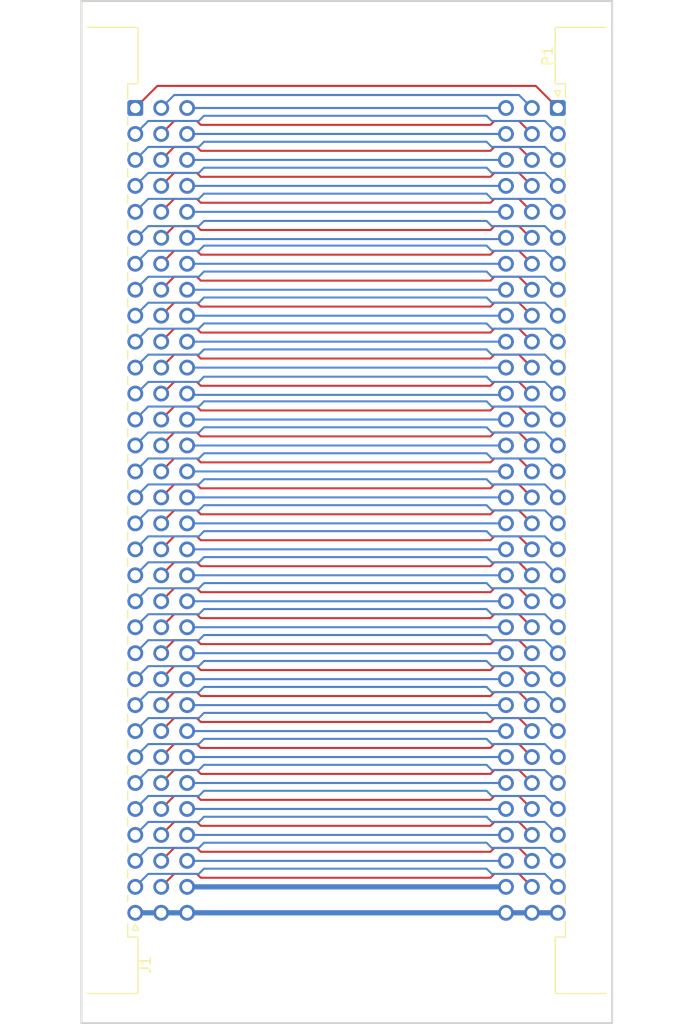
<source format=kicad_pcb>
(kicad_pcb (version 20240108) (generator "pcbnew") (generator_version "8.0")
  (layers (0 "F.Cu" signal) (31 "B.Cu" signal) (34 "B.Paste" user) (35 "F.Paste" user) (36 "B.SilkS" user "B.Silkscreen") (37 "F.SilkS" user "F.Silkscreen") (38 "B.Mask" user) (39 "F.Mask" user) (44 "Edge.Cuts" user))
  (net 0 "")
  (net 1 "GND")
  (net 2 "D5")
  (net 3 "AM0")
  (net 4 "~{AS}")
  (net 5 "~{BG0OUT}")
  (net 6 "~{DTACK}")
  (net 7 "A19")
  (net 8 "~{BR1}")
  (net 9 "SYSCLK")
  (net 10 "D3")
  (net 11 "~{IRQ7}")
  (net 12 "D6")
  (net 13 "A2")
  (net 14 "A20")
  (net 15 "D7")
  (net 16 "~{IACKIN}")
  (net 17 "A10")
  (net 18 "~{SYSFAIL}")
  (net 19 "+12V")
  (net 20 "D4")
  (net 21 "~{BR2}")
  (net 22 "~{ACFAIL}")
  (net 23 "~{DS0}")
  (net 24 "+5V")
  (net 25 "SERCLK")
  (net 26 "A17")
  (net 27 "A14")
  (net 28 "A3")
  (net 29 "A8")
  (net 30 "+5VStdby")
  (net 31 "A7")
  (net 32 "AM2")
  (net 33 "D11")
  (net 34 "~{IRQ2}")
  (net 35 "D10")
  (net 36 "~{BG2IN}")
  (net 37 "A18")
  (net 38 "~{SYSRESET}")
  (net 39 "A22")
  (net 40 "~{DS1}")
  (net 41 "~{BBSY}")
  (net 42 "A5")
  (net 43 "~{IACK}")
  (net 44 "~{IRQ6}")
  (net 45 "A1")
  (net 46 "A16")
  (net 47 "~{BG1OUT}")
  (net 48 "D8")
  (net 49 "SERDAT")
  (net 50 "~{LWORD}")
  (net 51 "D15")
  (net 52 "~{BG3IN}")
  (net 53 "~{BG1IN}")
  (net 54 "D9")
  (net 55 "~{BG2OUT}")
  (net 56 "~{IRQ4}")
  (net 57 "D1")
  (net 58 "D12")
  (net 59 "AM5")
  (net 60 "~{IRQ5}")
  (net 61 "AM1")
  (net 62 "~{BERR}")
  (net 63 "A11")
  (net 64 "A13")
  (net 65 "~{IRQ1}")
  (net 66 "~{IRQ3}")
  (net 67 "A21")
  (net 68 "A12")
  (net 69 "~{BG3OUT}")
  (net 70 "D13")
  (net 71 "~{WRITE}")
  (net 72 "A23")
  (net 73 "~{BG0IN}")
  (net 74 "-12V")
  (net 75 "D14")
  (net 76 "AM3")
  (net 77 "D2")
  (net 78 "~{BR0}")
  (net 79 "A15")
  (net 80 "~{IACKOUT}")
  (net 81 "AM4")
  (net 82 "~{BR3}")
  (net 83 "~{BCLR}")
  (net 84 "A4")
  (net 85 "D0")
  (net 86 "A9")
  (net 87 "A6")
  (footprint "Computie_Connectors:DIN41612_R_3x32_Reverse_Female_Horizontal_THT" (layer "F.Cu") (at 49.53 114.3 90)
    (property "Reference" "J1")
    (property "Value" "VME64-J1-3R")
  )
  (footprint "Connector_DIN:DIN41612_C_3x32_Male_Horizontal_THT" (layer "F.Cu") (at 90.926 35.56 -90)
    (property "Reference" "P1")
    (property "Value" "VME64-P1-3R")
  )
  (gr_rect (start 44.25 25.095) (end 96.25 125.095) (stroke (width 0.2)) (fill none) (layer "Edge.Cuts"))
  (segment (start 52.07 83.82) (end 53.34 82.55) (width 0.2) (layer "F.Cu") (net 1))
  (segment (start 55.94164 90.551) (end 84.328 90.551) (width 0.2) (layer "F.Cu") (net 1))
  (segment (start 84.709 82.55) (end 87.116 82.55) (width 0.2) (layer "F.Cu") (net 1))
  (segment (start 55.56064 90.17) (end 55.94164 90.551) (width 0.2) (layer "F.Cu") (net 1))
  (segment (start 53.34 82.55) (end 55.56064 82.55) (width 0.2) (layer "F.Cu") (net 1))
  (segment (start 84.328 82.931) (end 84.709 82.55) (width 0.2) (layer "F.Cu") (net 1))
  (segment (start 84.328 90.551) (end 84.709 90.17) (width 0.2) (layer "F.Cu") (net 1))
  (segment (start 52.07 91.44) (end 53.34 90.17) (width 0.2) (layer "F.Cu") (net 1))
  (segment (start 53.34 90.17) (end 55.56064 90.17) (width 0.2) (layer "F.Cu") (net 1))
  (segment (start 87.116 90.17) (end 88.386 91.44) (width 0.2) (layer "F.Cu") (net 1))
  (segment (start 55.94164 82.931) (end 84.328 82.931) (width 0.2) (layer "F.Cu") (net 1))
  (segment (start 55.56064 82.55) (end 55.94164 82.931) (width 0.2) (layer "F.Cu") (net 1))
  (segment (start 87.116 82.55) (end 88.386 83.82) (width 0.2) (layer "F.Cu") (net 1))
  (segment (start 84.709 90.17) (end 87.116 90.17) (width 0.2) (layer "F.Cu") (net 1))
  (segment (start 55.753 54.61) (end 56.261 54.102) (width 0.2) (layer "B.Cu") (net 1))
  (segment (start 50.8 74.93) (end 55.753 74.93) (width 0.2) (layer "B.Cu") (net 1))
  (segment (start 84.455 80.01) (end 89.656 80.01) (width 0.2) (layer "B.Cu") (net 1))
  (segment (start 84.455 59.69) (end 89.656 59.69) (width 0.2) (layer "B.Cu") (net 1))
  (segment (start 54.61 55.88) (end 85.846 55.88) (width 0.2) (layer "B.Cu") (net 1))
  (segment (start 89.656 59.69) (end 90.926 60.96) (width 0.2) (layer "B.Cu") (net 1))
  (segment (start 55.753 69.85) (end 56.261 69.342) (width 0.2) (layer "B.Cu") (net 1))
  (segment (start 49.53 55.88) (end 50.8 54.61) (width 0.2) (layer "B.Cu") (net 1))
  (segment (start 83.947 69.342) (end 84.455 69.85) (width 0.2) (layer "B.Cu") (net 1))
  (segment (start 56.261 59.182) (end 83.947 59.182) (width 0.2) (layer "B.Cu") (net 1))
  (segment (start 50.8 54.61) (end 55.753 54.61) (width 0.2) (layer "B.Cu") (net 1))
  (segment (start 49.53 60.96) (end 50.8 59.69) (width 0.2) (layer "B.Cu") (net 1))
  (segment (start 83.947 74.422) (end 84.455 74.93) (width 0.2) (layer "B.Cu") (net 1))
  (segment (start 84.455 69.85) (end 89.656 69.85) (width 0.2) (layer "B.Cu") (net 1))
  (segment (start 55.753 80.01) (end 56.261 79.502) (width 0.2) (layer "B.Cu") (net 1))
  (segment (start 50.8 80.01) (end 55.753 80.01) (width 0.2) (layer "B.Cu") (net 1))
  (segment (start 49.53 81.28) (end 50.8 80.01) (width 0.2) (layer "B.Cu") (net 1))
  (segment (start 89.656 74.93) (end 90.926 76.2) (width 0.2) (layer "B.Cu") (net 1))
  (segment (start 83.947 54.102) (end 84.455 54.61) (width 0.2) (layer "B.Cu") (net 1))
  (segment (start 84.455 54.61) (end 89.656 54.61) (width 0.2) (layer "B.Cu") (net 1))
  (segment (start 56.261 54.102) (end 83.947 54.102) (width 0.2) (layer "B.Cu") (net 1))
  (segment (start 83.947 59.182) (end 84.455 59.69) (width 0.2) (layer "B.Cu") (net 1))
  (segment (start 89.656 80.01) (end 90.926 81.28) (width 0.2) (layer "B.Cu") (net 1))
  (segment (start 49.53 76.2) (end 50.8 74.93) (width 0.2) (layer "B.Cu") (net 1))
  (segment (start 89.656 54.61) (end 90.926 55.88) (width 0.2) (layer "B.Cu") (net 1))
  (segment (start 56.261 74.422) (end 83.947 74.422) (width 0.2) (layer "B.Cu") (net 1))
  (segment (start 56.261 69.342) (end 83.947 69.342) (width 0.2) (layer "B.Cu") (net 1))
  (segment (start 89.656 69.85) (end 90.926 71.12) (width 0.2) (layer "B.Cu") (net 1))
  (segment (start 55.753 74.93) (end 56.261 74.422) (width 0.2) (layer "B.Cu") (net 1))
  (segment (start 55.753 59.69) (end 56.261 59.182) (width 0.2) (layer "B.Cu") (net 1))
  (segment (start 56.261 79.502) (end 83.947 79.502) (width 0.2) (layer "B.Cu") (net 1))
  (segment (start 50.8 59.69) (end 55.753 59.69) (width 0.2) (layer "B.Cu") (net 1))
  (segment (start 49.53 71.12) (end 50.8 69.85) (width 0.2) (layer "B.Cu") (net 1))
  (segment (start 83.947 79.502) (end 84.455 80.01) (width 0.2) (layer "B.Cu") (net 1))
  (segment (start 84.455 74.93) (end 89.656 74.93) (width 0.2) (layer "B.Cu") (net 1))
  (segment (start 50.8 69.85) (end 55.753 69.85) (width 0.2) (layer "B.Cu") (net 1))
  (segment (start 89.656 47.117) (end 90.926 48.387) (width 0.2) (layer "B.Cu") (net 2))
  (segment (start 50.8 47.117) (end 55.753 47.117) (width 0.2) (layer "B.Cu") (net 2))
  (segment (start 56.261 46.609) (end 83.947 46.609) (width 0.2) (layer "B.Cu") (net 2))
  (segment (start 83.947 46.609) (end 84.455 47.117) (width 0.2) (layer "B.Cu") (net 2))
  (segment (start 84.455 47.117) (end 89.656 47.117) (width 0.2) (layer "B.Cu") (net 2))
  (segment (start 49.53 48.387) (end 50.8 47.117) (width 0.2) (layer "B.Cu") (net 2))
  (segment (start 55.753 47.117) (end 56.261 46.609) (width 0.2) (layer "B.Cu") (net 2))
  (segment (start 84.328 72.771) (end 84.709 72.39) (width 0.2) (layer "F.Cu") (net 3))
  (segment (start 84.709 72.39) (end 87.116 72.39) (width 0.2) (layer "F.Cu") (net 3))
  (segment (start 55.94164 72.771) (end 84.328 72.771) (width 0.2) (layer "F.Cu") (net 3))
  (segment (start 55.56064 72.39) (end 55.94164 72.771) (width 0.2) (layer "F.Cu") (net 3))
  (segment (start 87.116 72.39) (end 88.386 73.66) (width 0.2) (layer "F.Cu") (net 3))
  (segment (start 52.07 73.66) (end 53.34 72.39) (width 0.2) (layer "F.Cu") (net 3))
  (segment (start 53.34 72.39) (end 55.56064 72.39) (width 0.2) (layer "F.Cu") (net 3))
  (segment (start 89.656 77.47) (end 90.926 78.74) (width 0.2) (layer "B.Cu") (net 4))
  (segment (start 49.53 78.74) (end 50.8 77.47) (width 0.2) (layer "B.Cu") (net 4))
  (segment (start 50.8 77.47) (end 55.753 77.47) (width 0.2) (layer "B.Cu") (net 4))
  (segment (start 84.455 77.47) (end 89.656 77.47) (width 0.2) (layer "B.Cu") (net 4))
  (segment (start 56.261 76.962) (end 83.947 76.962) (width 0.2) (layer "B.Cu") (net 4))
  (segment (start 55.753 77.47) (end 56.261 76.962) (width 0.2) (layer "B.Cu") (net 4))
  (segment (start 83.947 76.962) (end 84.455 77.47) (width 0.2) (layer "B.Cu") (net 4))
  (segment (start 84.709 44.45) (end 87.116 44.45) (width 0.2) (layer "F.Cu") (net 5))
  (segment (start 52.07 45.72) (end 53.34 44.45) (width 0.2) (layer "F.Cu") (net 5))
  (segment (start 55.56064 44.45) (end 55.94164 44.831) (width 0.2) (layer "F.Cu") (net 5))
  (segment (start 53.34 44.45) (end 55.56064 44.45) (width 0.2) (layer "F.Cu") (net 5))
  (segment (start 55.94164 44.831) (end 84.328 44.831) (width 0.2) (layer "F.Cu") (net 5))
  (segment (start 84.328 44.831) (end 84.709 44.45) (width 0.2) (layer "F.Cu") (net 5))
  (segment (start 87.116 44.45) (end 88.386 45.72) (width 0.2) (layer "F.Cu") (net 5))
  (segment (start 89.656 72.39) (end 90.926 73.66) (width 0.2) (layer "B.Cu") (net 6))
  (segment (start 83.947 71.882) (end 84.455 72.39) (width 0.2) (layer "B.Cu") (net 6))
  (segment (start 84.455 72.39) (end 89.656 72.39) (width 0.2) (layer "B.Cu") (net 6))
  (segment (start 55.753 72.39) (end 56.261 71.882) (width 0.2) (layer "B.Cu") (net 6))
  (segment (start 49.53 73.66) (end 50.8 72.39) (width 0.2) (layer "B.Cu") (net 6))
  (segment (start 50.8 72.39) (end 55.753 72.39) (width 0.2) (layer "B.Cu") (net 6))
  (segment (start 56.261 71.882) (end 83.947 71.882) (width 0.2) (layer "B.Cu") (net 6))
  (segment (start 54.61 81.28) (end 85.846 81.28) (width 0.2) (layer "B.Cu") (net 7))
  (segment (start 55.56064 64.77) (end 55.94164 65.151) (width 0.2) (layer "F.Cu") (net 8))
  (segment (start 84.328 65.151) (end 84.709 64.77) (width 0.2) (layer "F.Cu") (net 8))
  (segment (start 84.709 64.77) (end 87.116 64.77) (width 0.2) (layer "F.Cu") (net 8))
  (segment (start 55.94164 65.151) (end 84.328 65.151) (width 0.2) (layer "F.Cu") (net 8))
  (segment (start 52.07 66.04) (end 53.34 64.77) (width 0.2) (layer "F.Cu") (net 8))
  (segment (start 87.116 64.77) (end 88.386 66.04) (width 0.2) (layer "F.Cu") (net 8))
  (segment (start 53.34 64.77) (end 55.56064 64.77) (width 0.2) (layer "F.Cu") (net 8))
  (segment (start 83.947 56.642) (end 84.455 57.15) (width 0.2) (layer "B.Cu") (net 9))
  (segment (start 89.656 57.15) (end 90.926 58.42) (width 0.2) (layer "B.Cu") (net 9))
  (segment (start 56.261 56.642) (end 83.947 56.642) (width 0.2) (layer "B.Cu") (net 9))
  (segment (start 84.455 57.15) (end 89.656 57.15) (width 0.2) (layer "B.Cu") (net 9))
  (segment (start 50.8 57.15) (end 55.753 57.15) (width 0.2) (layer "B.Cu") (net 9))
  (segment (start 49.53 58.42) (end 50.8 57.15) (width 0.2) (layer "B.Cu") (net 9))
  (segment (start 55.753 57.15) (end 56.261 56.642) (width 0.2) (layer "B.Cu") (net 9))
  (segment (start 56.261 41.402) (end 83.947 41.402) (width 0.2) (layer "B.Cu") (net 10))
  (segment (start 83.947 41.402) (end 84.455 41.91) (width 0.2) (layer "B.Cu") (net 10))
  (segment (start 89.656 41.91) (end 90.926 43.18) (width 0.2) (layer "B.Cu") (net 10))
  (segment (start 55.753 41.91) (end 56.261 41.402) (width 0.2) (layer "B.Cu") (net 10))
  (segment (start 84.455 41.91) (end 89.656 41.91) (width 0.2) (layer "B.Cu") (net 10))
  (segment (start 50.8 41.91) (end 55.753 41.91) (width 0.2) (layer "B.Cu") (net 10))
  (segment (start 49.53 43.18) (end 50.8 41.91) (width 0.2) (layer "B.Cu") (net 10))
  (segment (start 87.116 92.71) (end 88.386 93.98) (width 0.2) (layer "F.Cu") (net 11))
  (segment (start 52.07 93.98) (end 53.34 92.71) (width 0.2) (layer "F.Cu") (net 11))
  (segment (start 55.94164 93.091) (end 84.328 93.091) (width 0.2) (layer "F.Cu") (net 11))
  (segment (start 84.328 93.091) (end 84.709 92.71) (width 0.2) (layer "F.Cu") (net 11))
  (segment (start 53.34 92.71) (end 55.56064 92.71) (width 0.2) (layer "F.Cu") (net 11))
  (segment (start 84.709 92.71) (end 87.116 92.71) (width 0.2) (layer "F.Cu") (net 11))
  (segment (start 55.56064 92.71) (end 55.94164 93.091) (width 0.2) (layer "F.Cu") (net 11))
  (segment (start 83.947 49.022) (end 84.455 49.53) (width 0.2) (layer "B.Cu") (net 12))
  (segment (start 55.753 49.53) (end 56.261 49.022) (width 0.2) (layer "B.Cu") (net 12))
  (segment (start 49.53 50.8) (end 50.8 49.53) (width 0.2) (layer "B.Cu") (net 12))
  (segment (start 50.8 49.53) (end 55.753 49.53) (width 0.2) (layer "B.Cu") (net 12))
  (segment (start 84.455 49.53) (end 89.656 49.53) (width 0.2) (layer "B.Cu") (net 12))
  (segment (start 56.261 49.022) (end 83.947 49.022) (width 0.2) (layer "B.Cu") (net 12))
  (segment (start 89.656 49.53) (end 90.926 50.8) (width 0.2) (layer "B.Cu") (net 12))
  (segment (start 49.53 106.68) (end 50.8 105.41) (width 0.2) (layer "B.Cu") (net 13))
  (segment (start 55.753 105.41) (end 56.261 104.902) (width 0.2) (layer "B.Cu") (net 13))
  (segment (start 84.455 105.41) (end 89.656 105.41) (width 0.2) (layer "B.Cu") (net 13))
  (segment (start 89.656 105.41) (end 90.926 106.68) (width 0.2) (layer "B.Cu") (net 13))
  (segment (start 83.947 104.902) (end 84.455 105.41) (width 0.2) (layer "B.Cu") (net 13))
  (segment (start 56.261 104.902) (end 83.947 104.902) (width 0.2) (layer "B.Cu") (net 13))
  (segment (start 50.8 105.41) (end 55.753 105.41) (width 0.2) (layer "B.Cu") (net 13))
  (segment (start 54.61 78.74) (end 85.846 78.74) (width 0.2) (layer "B.Cu") (net 14))
  (segment (start 83.947 51.562) (end 84.455 52.07) (width 0.2) (layer "B.Cu") (net 15))
  (segment (start 56.261 51.562) (end 83.947 51.562) (width 0.2) (layer "B.Cu") (net 15))
  (segment (start 50.8 52.07) (end 55.753 52.07) (width 0.2) (layer "B.Cu") (net 15))
  (segment (start 84.455 52.07) (end 89.656 52.07) (width 0.2) (layer "B.Cu") (net 15))
  (segment (start 89.656 52.07) (end 90.926 53.34) (width 0.2) (layer "B.Cu") (net 15))
  (segment (start 55.753 52.07) (end 56.261 51.562) (width 0.2) (layer "B.Cu") (net 15))
  (segment (start 49.53 53.34) (end 50.8 52.07) (width 0.2) (layer "B.Cu") (net 15))
  (segment (start 55.753 85.09) (end 56.261 84.582) (width 0.2) (layer "B.Cu") (net 16))
  (segment (start 56.261 84.582) (end 83.947 84.582) (width 0.2) (layer "B.Cu") (net 16))
  (segment (start 50.8 85.09) (end 55.753 85.09) (width 0.2) (layer "B.Cu") (net 16))
  (segment (start 84.455 85.09) (end 89.656 85.09) (width 0.2) (layer "B.Cu") (net 16))
  (segment (start 83.947 84.582) (end 84.455 85.09) (width 0.2) (layer "B.Cu") (net 16))
  (segment (start 49.53 86.36) (end 50.8 85.09) (width 0.2) (layer "B.Cu") (net 16))
  (segment (start 89.656 85.09) (end 90.926 86.36) (width 0.2) (layer "B.Cu") (net 16))
  (segment (start 54.61 104.14) (end 85.846 104.14) (width 0.2) (layer "B.Cu") (net 17))
  (segment (start 54.61 58.42) (end 85.846 58.42) (width 0.2) (layer "B.Cu") (net 18))
  (segment (start 54.61 111.76) (end 85.846 111.76) (width 0.512) (layer "B.Cu") (net 19))
  (segment (start 55.753 44.45) (end 56.261 43.942) (width 0.2) (layer "B.Cu") (net 20))
  (segment (start 49.53 45.72) (end 50.8 44.45) (width 0.2) (layer "B.Cu") (net 20))
  (segment (start 50.8 44.45) (end 55.753 44.45) (width 0.2) (layer "B.Cu") (net 20))
  (segment (start 83.947 43.942) (end 84.455 44.45) (width 0.2) (layer "B.Cu") (net 20))
  (segment (start 84.455 44.45) (end 89.656 44.45) (width 0.2) (layer "B.Cu") (net 20))
  (segment (start 56.261 43.942) (end 83.947 43.942) (width 0.2) (layer "B.Cu") (net 20))
  (segment (start 89.656 44.45) (end 90.926 45.72) (width 0.2) (layer "B.Cu") (net 20))
  (segment (start 84.709 67.31) (end 87.116 67.31) (width 0.2) (layer "F.Cu") (net 21))
  (segment (start 55.56064 67.31) (end 55.94164 67.691) (width 0.2) (layer "F.Cu") (net 21))
  (segment (start 84.328 67.691) (end 84.709 67.31) (width 0.2) (layer "F.Cu") (net 21))
  (segment (start 52.07 68.58) (end 53.34 67.31) (width 0.2) (layer "F.Cu") (net 21))
  (segment (start 55.94164 67.691) (end 84.328 67.691) (width 0.2) (layer "F.Cu") (net 21))
  (segment (start 87.116 67.31) (end 88.386 68.58) (width 0.2) (layer "F.Cu") (net 21))
  (segment (start 53.34 67.31) (end 55.56064 67.31) (width 0.2) (layer "F.Cu") (net 21))
  (segment (start 53.34 39.37) (end 55.56064 39.37) (width 0.2) (layer "F.Cu") (net 22))
  (segment (start 84.328 39.751) (end 84.709 39.37) (width 0.2) (layer "F.Cu") (net 22))
  (segment (start 55.56064 39.37) (end 55.94164 39.751) (width 0.2) (layer "F.Cu") (net 22))
  (segment (start 55.94164 39.751) (end 84.328 39.751) (width 0.2) (layer "F.Cu") (net 22))
  (segment (start 52.07 40.64) (end 53.34 39.37) (width 0.2) (layer "F.Cu") (net 22))
  (segment (start 84.709 39.37) (end 87.116 39.37) (width 0.2) (layer "F.Cu") (net 22))
  (segment (start 87.116 39.37) (end 88.386 40.64) (width 0.2) (layer "F.Cu") (net 22))
  (segment (start 84.455 64.77) (end 89.656 64.77) (width 0.2) (layer "B.Cu") (net 23))
  (segment (start 56.261 64.262) (end 83.947 64.262) (width 0.2) (layer "B.Cu") (net 23))
  (segment (start 89.656 64.77) (end 90.926 66.04) (width 0.2) (layer "B.Cu") (net 23))
  (segment (start 83.947 64.262) (end 84.455 64.77) (width 0.2) (layer "B.Cu") (net 23))
  (segment (start 50.8 64.77) (end 55.753 64.77) (width 0.2) (layer "B.Cu") (net 23))
  (segment (start 55.753 64.77) (end 56.261 64.262) (width 0.2) (layer "B.Cu") (net 23))
  (segment (start 49.53 66.04) (end 50.8 64.77) (width 0.2) (layer "B.Cu") (net 23))
  (segment (start 52.07 114.3) (end 54.61 114.3) (width 0.512) (layer "B.Cu") (net 24))
  (segment (start 85.846 114.3) (end 88.386 114.3) (width 0.512) (layer "B.Cu") (net 24))
  (segment (start 88.386 114.3) (end 90.926 114.3) (width 0.512) (layer "B.Cu") (net 24))
  (segment (start 54.61 114.3) (end 85.846 114.3) (width 0.512) (layer "B.Cu") (net 24))
  (segment (start 49.53 114.3) (end 52.07 114.3) (width 0.512) (layer "B.Cu") (net 24))
  (segment (start 53.34 85.09) (end 55.56064 85.09) (width 0.2) (layer "F.Cu") (net 25))
  (segment (start 87.116 85.09) (end 88.386 86.36) (width 0.2) (layer "F.Cu") (net 25))
  (segment (start 55.56064 85.09) (end 55.94164 85.471) (width 0.2) (layer "F.Cu") (net 25))
  (segment (start 52.07 86.36) (end 53.34 85.09) (width 0.2) (layer "F.Cu") (net 25))
  (segment (start 55.94164 85.471) (end 84.328 85.471) (width 0.2) (layer "F.Cu") (net 25))
  (segment (start 84.709 85.09) (end 87.116 85.09) (width 0.2) (layer "F.Cu") (net 25))
  (segment (start 84.328 85.471) (end 84.709 85.09) (width 0.2) (layer "F.Cu") (net 25))
  (segment (start 54.61 86.36) (end 85.846 86.36) (width 0.2) (layer "B.Cu") (net 26))
  (segment (start 54.61 93.98) (end 85.846 93.98) (width 0.2) (layer "B.Cu") (net 27))
  (segment (start 84.455 102.87) (end 89.656 102.87) (width 0.2) (layer "B.Cu") (net 28))
  (segment (start 83.947 102.362) (end 84.455 102.87) (width 0.2) (layer "B.Cu") (net 28))
  (segment (start 56.261 102.362) (end 83.947 102.362) (width 0.2) (layer "B.Cu") (net 28))
  (segment (start 49.53 104.14) (end 50.8 102.87) (width 0.2) (layer "B.Cu") (net 28))
  (segment (start 55.753 102.87) (end 56.261 102.362) (width 0.2) (layer "B.Cu") (net 28))
  (segment (start 89.656 102.87) (end 90.926 104.14) (width 0.2) (layer "B.Cu") (net 28))
  (segment (start 50.8 102.87) (end 55.753 102.87) (width 0.2) (layer "B.Cu") (net 28))
  (segment (start 54.61 109.22) (end 85.846 109.22) (width 0.2) (layer "B.Cu") (net 29))
  (segment (start 55.94164 110.871) (end 84.328 110.871) (width 0.2) (layer "F.Cu") (net 30))
  (segment (start 84.709 110.49) (end 87.116 110.49) (width 0.2) (layer "F.Cu") (net 30))
  (segment (start 55.56064 110.49) (end 55.94164 110.871) (width 0.2) (layer "F.Cu") (net 30))
  (segment (start 87.116 110.49) (end 88.386 111.76) (width 0.2) (layer "F.Cu") (net 30))
  (segment (start 53.34 110.49) (end 55.56064 110.49) (width 0.2) (layer "F.Cu") (net 30))
  (segment (start 52.07 111.76) (end 53.34 110.49) (width 0.2) (layer "F.Cu") (net 30))
  (segment (start 84.328 110.871) (end 84.709 110.49) (width 0.2) (layer "F.Cu") (net 30))
  (segment (start 49.53 93.98) (end 50.8 92.71) (width 0.2) (layer "B.Cu") (net 31))
  (segment (start 84.455 92.71) (end 89.656 92.71) (width 0.2) (layer "B.Cu") (net 31))
  (segment (start 56.261 92.202) (end 83.947 92.202) (width 0.2) (layer "B.Cu") (net 31))
  (segment (start 83.947 92.202) (end 84.455 92.71) (width 0.2) (layer "B.Cu") (net 31))
  (segment (start 50.8 92.71) (end 55.753 92.71) (width 0.2) (layer "B.Cu") (net 31))
  (segment (start 89.656 92.71) (end 90.926 93.98) (width 0.2) (layer "B.Cu") (net 31))
  (segment (start 55.753 92.71) (end 56.261 92.202) (width 0.2) (layer "B.Cu") (net 31))
  (segment (start 52.07 78.74) (end 53.34 77.47) (width 0.2) (layer "F.Cu") (net 32))
  (segment (start 84.328 77.851) (end 84.709 77.47) (width 0.2) (layer "F.Cu") (net 32))
  (segment (start 87.116 77.47) (end 88.386 78.74) (width 0.2) (layer "F.Cu") (net 32))
  (segment (start 84.709 77.47) (end 87.116 77.47) (width 0.2) (layer "F.Cu") (net 32))
  (segment (start 55.56064 77.47) (end 55.94164 77.851) (width 0.2) (layer "F.Cu") (net 32))
  (segment (start 53.34 77.47) (end 55.56064 77.47) (width 0.2) (layer "F.Cu") (net 32))
  (segment (start 55.94164 77.851) (end 84.328 77.851) (width 0.2) (layer "F.Cu") (net 32))
  (segment (start 54.61 43.18) (end 85.846 43.18) (width 0.2) (layer "B.Cu") (net 33))
  (segment (start 53.34 105.41) (end 55.56064 105.41) (width 0.2) (layer "F.Cu") (net 34))
  (segment (start 55.94164 105.791) (end 84.328 105.791) (width 0.2) (layer "F.Cu") (net 34))
  (segment (start 84.709 105.41) (end 87.116 105.41) (width 0.2) (layer "F.Cu") (net 34))
  (segment (start 84.328 105.791) (end 84.709 105.41) (width 0.2) (layer "F.Cu") (net 34))
  (segment (start 87.116 105.41) (end 88.386 106.68) (width 0.2) (layer "F.Cu") (net 34))
  (segment (start 55.56064 105.41) (end 55.94164 105.791) (width 0.2) (layer "F.Cu") (net 34))
  (segment (start 52.07 106.68) (end 53.34 105.41) (width 0.2) (layer "F.Cu") (net 34))
  (segment (start 54.61 40.64) (end 85.846 40.64) (width 0.2) (layer "B.Cu") (net 35))
  (segment (start 87.116 52.07) (end 88.386 53.34) (width 0.2) (layer "F.Cu") (net 36))
  (segment (start 52.07 53.34) (end 53.34 52.07) (width 0.2) (layer "F.Cu") (net 36))
  (segment (start 84.709 52.07) (end 87.116 52.07) (width 0.2) (layer "F.Cu") (net 36))
  (segment (start 84.328 52.451) (end 84.709 52.07) (width 0.2) (layer "F.Cu") (net 36))
  (segment (start 55.56064 52.07) (end 55.94164 52.451) (width 0.2) (layer "F.Cu") (net 36))
  (segment (start 53.34 52.07) (end 55.56064 52.07) (width 0.2) (layer "F.Cu") (net 36))
  (segment (start 55.94164 52.451) (end 84.328 52.451) (width 0.2) (layer "F.Cu") (net 36))
  (segment (start 54.61 83.82) (end 85.846 83.82) (width 0.2) (layer "B.Cu") (net 37))
  (segment (start 54.61 63.627) (end 85.846 63.627) (width 0.2) (layer "B.Cu") (net 38))
  (segment (start 54.61 73.66) (end 85.846 73.66) (width 0.2) (layer "B.Cu") (net 39))
  (segment (start 84.455 62.357) (end 89.656 62.357) (width 0.2) (layer "B.Cu") (net 40))
  (segment (start 55.753 62.357) (end 56.261 61.849) (width 0.2) (layer "B.Cu") (net 40))
  (segment (start 83.947 61.849) (end 84.455 62.357) (width 0.2) (layer "B.Cu") (net 40))
  (segment (start 56.261 61.849) (end 83.947 61.849) (width 0.2) (layer "B.Cu") (net 40))
  (segment (start 50.8 62.357) (end 55.753 62.357) (width 0.2) (layer "B.Cu") (net 40))
  (segment (start 89.656 62.357) (end 90.926 63.627) (width 0.2) (layer "B.Cu") (net 40))
  (segment (start 49.53 63.627) (end 50.8 62.357) (width 0.2) (layer "B.Cu") (net 40))
  (segment (start 52.07 35.56) (end 53.34 34.29) (width 0.2) (layer "B.Cu") (net 41))
  (segment (start 87.116 34.29) (end 88.386 35.56) (width 0.2) (layer "B.Cu") (net 41))
  (segment (start 53.34 34.29) (end 87.116 34.29) (width 0.2) (layer "B.Cu") (net 41))
  (segment (start 55.753 97.79) (end 56.261 97.282) (width 0.2) (layer "B.Cu") (net 42))
  (segment (start 83.947 97.282) (end 84.455 97.79) (width 0.2) (layer "B.Cu") (net 42))
  (segment (start 89.656 97.79) (end 90.926 99.06) (width 0.2) (layer "B.Cu") (net 42))
  (segment (start 56.261 97.282) (end 83.947 97.282) (width 0.2) (layer "B.Cu") (net 42))
  (segment (start 84.455 97.79) (end 89.656 97.79) (width 0.2) (layer "B.Cu") (net 42))
  (segment (start 49.53 99.06) (end 50.8 97.79) (width 0.2) (layer "B.Cu") (net 42))
  (segment (start 50.8 97.79) (end 55.753 97.79) (width 0.2) (layer "B.Cu") (net 42))
  (segment (start 83.947 82.042) (end 84.455 82.55) (width 0.2) (layer "B.Cu") (net 43))
  (segment (start 50.8 82.55) (end 55.753 82.55) (width 0.2) (layer "B.Cu") (net 43))
  (segment (start 84.455 82.55) (end 89.656 82.55) (width 0.2) (layer "B.Cu") (net 43))
  (segment (start 89.656 82.55) (end 90.926 83.82) (width 0.2) (layer "B.Cu") (net 43))
  (segment (start 55.753 82.55) (end 56.261 82.042) (width 0.2) (layer "B.Cu") (net 43))
  (segment (start 49.53 83.82) (end 50.8 82.55) (width 0.2) (layer "B.Cu") (net 43))
  (segment (start 56.261 82.042) (end 83.947 82.042) (width 0.2) (layer "B.Cu") (net 43))
  (segment (start 87.116 95.25) (end 88.386 96.52) (width 0.2) (layer "F.Cu") (net 44))
  (segment (start 84.328 95.631) (end 84.709 95.25) (width 0.2) (layer "F.Cu") (net 44))
  (segment (start 52.07 96.52) (end 53.34 95.25) (width 0.2) (layer "F.Cu") (net 44))
  (segment (start 55.56064 95.25) (end 55.94164 95.631) (width 0.2) (layer "F.Cu") (net 44))
  (segment (start 84.709 95.25) (end 87.116 95.25) (width 0.2) (layer "F.Cu") (net 44))
  (segment (start 53.34 95.25) (end 55.56064 95.25) (width 0.2) (layer "F.Cu") (net 44))
  (segment (start 55.94164 95.631) (end 84.328 95.631) (width 0.2) (layer "F.Cu") (net 44))
  (segment (start 83.947 107.442) (end 84.455 107.95) (width 0.2) (layer "B.Cu") (net 45))
  (segment (start 50.8 107.95) (end 55.753 107.95) (width 0.2) (layer "B.Cu") (net 45))
  (segment (start 89.656 107.95) (end 90.926 109.22) (width 0.2) (layer "B.Cu") (net 45))
  (segment (start 55.753 107.95) (end 56.261 107.442) (width 0.2) (layer "B.Cu") (net 45))
  (segment (start 49.53 109.22) (end 50.8 107.95) (width 0.2) (layer "B.Cu") (net 45))
  (segment (start 84.455 107.95) (end 89.656 107.95) (width 0.2) (layer "B.Cu") (net 45))
  (segment (start 56.261 107.442) (end 83.947 107.442) (width 0.2) (layer "B.Cu") (net 45))
  (segment (start 54.61 88.9) (end 85.846 88.9) (width 0.2) (layer "B.Cu") (net 46))
  (segment (start 87.116 49.53) (end 88.386 50.8) (width 0.2) (layer "F.Cu") (net 47))
  (segment (start 84.709 49.53) (end 87.116 49.53) (width 0.2) (layer "F.Cu") (net 47))
  (segment (start 55.94164 49.911) (end 84.328 49.911) (width 0.2) (layer "F.Cu") (net 47))
  (segment (start 84.328 49.911) (end 84.709 49.53) (width 0.2) (layer "F.Cu") (net 47))
  (segment (start 55.56064 49.53) (end 55.94164 49.911) (width 0.2) (layer "F.Cu") (net 47))
  (segment (start 53.34 49.53) (end 55.56064 49.53) (width 0.2) (layer "F.Cu") (net 47))
  (segment (start 52.07 50.8) (end 53.34 49.53) (width 0.2) (layer "F.Cu") (net 47))
  (segment (start 54.61 35.56) (end 85.846 35.56) (width 0.2) (layer "B.Cu") (net 48))
  (segment (start 55.56064 87.63) (end 55.94164 88.011) (width 0.2) (layer "F.Cu") (net 49))
  (segment (start 84.328 88.011) (end 84.709 87.63) (width 0.2) (layer "F.Cu") (net 49))
  (segment (start 53.34 87.63) (end 55.56064 87.63) (width 0.2) (layer "F.Cu") (net 49))
  (segment (start 55.94164 88.011) (end 84.328 88.011) (width 0.2) (layer "F.Cu") (net 49))
  (segment (start 84.709 87.63) (end 87.116 87.63) (width 0.2) (layer "F.Cu") (net 49))
  (segment (start 52.07 88.9) (end 53.34 87.63) (width 0.2) (layer "F.Cu") (net 49))
  (segment (start 87.116 87.63) (end 88.386 88.9) (width 0.2) (layer "F.Cu") (net 49))
  (segment (start 54.61 66.04) (end 85.846 66.04) (width 0.2) (layer "B.Cu") (net 50))
  (segment (start 54.61 53.34) (end 85.846 53.34) (width 0.2) (layer "B.Cu") (net 51))
  (segment (start 55.94164 57.531) (end 84.328 57.531) (width 0.2) (layer "F.Cu") (net 52))
  (segment (start 55.56064 57.15) (end 55.94164 57.531) (width 0.2) (layer "F.Cu") (net 52))
  (segment (start 52.07 58.42) (end 53.34 57.15) (width 0.2) (layer "F.Cu") (net 52))
  (segment (start 84.328 57.531) (end 84.709 57.15) (width 0.2) (layer "F.Cu") (net 52))
  (segment (start 84.709 57.15) (end 87.116 57.15) (width 0.2) (layer "F.Cu") (net 52))
  (segment (start 87.116 57.15) (end 88.386 58.42) (width 0.2) (layer "F.Cu") (net 52))
  (segment (start 53.34 57.15) (end 55.56064 57.15) (width 0.2) (layer "F.Cu") (net 52))
  (segment (start 53.34 47.117) (end 55.56064 47.117) (width 0.2) (layer "F.Cu") (net 53))
  (segment (start 55.94164 47.498) (end 84.328 47.498) (width 0.2) (layer "F.Cu") (net 53))
  (segment (start 52.07 48.387) (end 53.34 47.117) (width 0.2) (layer "F.Cu") (net 53))
  (segment (start 84.328 47.498) (end 84.709 47.117) (width 0.2) (layer "F.Cu") (net 53))
  (segment (start 87.116 47.117) (end 88.386 48.387) (width 0.2) (layer "F.Cu") (net 53))
  (segment (start 55.56064 47.117) (end 55.94164 47.498) (width 0.2) (layer "F.Cu") (net 53))
  (segment (start 84.709 47.117) (end 87.116 47.117) (width 0.2) (layer "F.Cu") (net 53))
  (segment (start 54.61 38.1) (end 85.846 38.1) (width 0.2) (layer "B.Cu") (net 54))
  (segment (start 53.34 54.61) (end 55.56064 54.61) (width 0.2) (layer "F.Cu") (net 55))
  (segment (start 87.116 54.61) (end 88.386 55.88) (width 0.2) (layer "F.Cu") (net 55))
  (segment (start 84.328 54.991) (end 84.709 54.61) (width 0.2) (layer "F.Cu") (net 55))
  (segment (start 55.56064 54.61) (end 55.94164 54.991) (width 0.2) (layer "F.Cu") (net 55))
  (segment (start 52.07 55.88) (end 53.34 54.61) (width 0.2) (layer "F.Cu") (net 55))
  (segment (start 55.94164 54.991) (end 84.328 54.991) (width 0.2) (layer "F.Cu") (net 55))
  (segment (start 84.709 54.61) (end 87.116 54.61) (width 0.2) (layer "F.Cu") (net 55))
  (segment (start 52.07 101.6) (end 53.34 100.33) (width 0.2) (layer "F.Cu") (net 56))
  (segment (start 55.94164 100.711) (end 84.328 100.711) (width 0.2) (layer "F.Cu") (net 56))
  (segment (start 84.328 100.711) (end 84.709 100.33) (width 0.2) (layer "F.Cu") (net 56))
  (segment (start 55.56064 100.33) (end 55.94164 100.711) (width 0.2) (layer "F.Cu") (net 56))
  (segment (start 53.34 100.33) (end 55.56064 100.33) (width 0.2) (layer "F.Cu") (net 56))
  (segment (start 84.709 100.33) (end 87.116 100.33) (width 0.2) (layer "F.Cu") (net 56))
  (segment (start 87.116 100.33) (end 88.386 101.6) (width 0.2) (layer "F.Cu") (net 56))
  (segment (start 89.656 36.83) (end 90.926 38.1) (width 0.2) (layer "B.Cu") (net 57))
  (segment (start 84.455 36.83) (end 89.656 36.83) (width 0.2) (layer "B.Cu") (net 57))
  (segment (start 50.8 36.83) (end 55.753 36.83) (width 0.2) (layer "B.Cu") (net 57))
  (segment (start 83.947 36.322) (end 84.455 36.83) (width 0.2) (layer "B.Cu") (net 57))
  (segment (start 55.753 36.83) (end 56.261 36.322) (width 0.2) (layer "B.Cu") (net 57))
  (segment (start 56.261 36.322) (end 83.947 36.322) (width 0.2) (layer "B.Cu") (net 57))
  (segment (start 49.53 38.1) (end 50.8 36.83) (width 0.2) (layer "B.Cu") (net 57))
  (segment (start 54.61 45.72) (end 85.846 45.72) (width 0.2) (layer "B.Cu") (net 58))
  (segment (start 54.61 68.58) (end 85.846 68.58) (width 0.2) (layer "B.Cu") (net 59))
  (segment (start 55.94164 98.171) (end 84.328 98.171) (width 0.2) (layer "F.Cu") (net 60))
  (segment (start 87.116 97.79) (end 88.386 99.06) (width 0.2) (layer "F.Cu") (net 60))
  (segment (start 84.328 98.171) (end 84.709 97.79) (width 0.2) (layer "F.Cu") (net 60))
  (segment (start 84.709 97.79) (end 87.116 97.79) (width 0.2) (layer "F.Cu") (net 60))
  (segment (start 52.07 99.06) (end 53.34 97.79) (width 0.2) (layer "F.Cu") (net 60))
  (segment (start 55.56064 97.79) (end 55.94164 98.171) (width 0.2) (layer "F.Cu") (net 60))
  (segment (start 53.34 97.79) (end 55.56064 97.79) (width 0.2) (layer "F.Cu") (net 60))
  (segment (start 87.116 74.93) (end 88.386 76.2) (width 0.2) (layer "F.Cu") (net 61))
  (segment (start 55.94164 75.311) (end 84.328 75.311) (width 0.2) (layer "F.Cu") (net 61))
  (segment (start 84.328 75.311) (end 84.709 74.93) (width 0.2) (layer "F.Cu") (net 61))
  (segment (start 52.07 76.2) (end 53.34 74.93) (width 0.2) (layer "F.Cu") (net 61))
  (segment (start 84.709 74.93) (end 87.116 74.93) (width 0.2) (layer "F.Cu") (net 61))
  (segment (start 53.34 74.93) (end 55.56064 74.93) (width 0.2) (layer "F.Cu") (net 61))
  (segment (start 55.56064 74.93) (end 55.94164 75.311) (width 0.2) (layer "F.Cu") (net 61))
  (segment (start 54.61 60.96) (end 85.846 60.96) (width 0.2) (layer "B.Cu") (net 62))
  (segment (start 54.61 101.6) (end 85.846 101.6) (width 0.2) (layer "B.Cu") (net 63))
  (segment (start 54.61 96.52) (end 85.846 96.52) (width 0.2) (layer "B.Cu") (net 64))
  (segment (start 55.94164 108.331) (end 84.328 108.331) (width 0.2) (layer "F.Cu") (net 65))
  (segment (start 84.328 108.331) (end 84.709 107.95) (width 0.2) (layer "F.Cu") (net 65))
  (segment (start 52.07 109.22) (end 53.34 107.95) (width 0.2) (layer "F.Cu") (net 65))
  (segment (start 53.34 107.95) (end 55.56064 107.95) (width 0.2) (layer "F.Cu") (net 65))
  (segment (start 55.56064 107.95) (end 55.94164 108.331) (width 0.2) (layer "F.Cu") (net 65))
  (segment (start 87.116 107.95) (end 88.386 109.22) (width 0.2) (layer "F.Cu") (net 65))
  (segment (start 84.709 107.95) (end 87.116 107.95) (width 0.2) (layer "F.Cu") (net 65))
  (segment (start 84.709 102.87) (end 87.116 102.87) (width 0.2) (layer "F.Cu") (net 66))
  (segment (start 53.34 102.87) (end 55.56064 102.87) (width 0.2) (layer "F.Cu") (net 66))
  (segment (start 84.328 103.251) (end 84.709 102.87) (width 0.2) (layer "F.Cu") (net 66))
  (segment (start 87.116 102.87) (end 88.386 104.14) (width 0.2) (layer "F.Cu") (net 66))
  (segment (start 52.07 104.14) (end 53.34 102.87) (width 0.2) (layer "F.Cu") (net 66))
  (segment (start 55.94164 103.251) (end 84.328 103.251) (width 0.2) (layer "F.Cu") (net 66))
  (segment (start 55.56064 102.87) (end 55.94164 103.251) (width 0.2) (layer "F.Cu") (net 66))
  (segment (start 54.61 76.2) (end 85.846 76.2) (width 0.2) (layer "B.Cu") (net 67))
  (segment (start 54.61 99.06) (end 85.846 99.06) (width 0.2) (layer "B.Cu") (net 68))
  (segment (start 55.56064 59.69) (end 55.94164 60.071) (width 0.2) (layer "F.Cu") (net 69))
  (segment (start 53.34 59.69) (end 55.56064 59.69) (width 0.2) (layer "F.Cu") (net 69))
  (segment (start 84.709 59.69) (end 87.116 59.69) (width 0.2) (layer "F.Cu") (net 69))
  (segment (start 52.07 60.96) (end 53.34 59.69) (width 0.2) (layer "F.Cu") (net 69))
  (segment (start 87.116 59.69) (end 88.386 60.96) (width 0.2) (layer "F.Cu") (net 69))
  (segment (start 55.94164 60.071) (end 84.328 60.071) (width 0.2) (layer "F.Cu") (net 69))
  (segment (start 84.328 60.071) (end 84.709 59.69) (width 0.2) (layer "F.Cu") (net 69))
  (segment (start 54.61 48.387) (end 85.846 48.387) (width 0.2) (layer "B.Cu") (net 70))
  (segment (start 83.947 66.802) (end 84.455 67.31) (width 0.2) (layer "B.Cu") (net 71))
  (segment (start 89.656 67.31) (end 90.926 68.58) (width 0.2) (layer "B.Cu") (net 71))
  (segment (start 84.455 67.31) (end 89.656 67.31) (width 0.2) (layer "B.Cu") (net 71))
  (segment (start 50.8 67.31) (end 55.753 67.31) (width 0.2) (layer "B.Cu") (net 71))
  (segment (start 49.53 68.58) (end 50.8 67.31) (width 0.2) (layer "B.Cu") (net 71))
  (segment (start 55.753 67.31) (end 56.261 66.802) (width 0.2) (layer "B.Cu") (net 71))
  (segment (start 56.261 66.802) (end 83.947 66.802) (width 0.2) (layer "B.Cu") (net 71))
  (segment (start 54.61 71.12) (end 85.846 71.12) (width 0.2) (layer "B.Cu") (net 72))
  (segment (start 52.07 43.18) (end 53.34 41.91) (width 0.2) (layer "F.Cu") (net 73))
  (segment (start 84.328 42.291) (end 84.709 41.91) (width 0.2) (layer "F.Cu") (net 73))
  (segment (start 87.116 41.91) (end 88.386 43.18) (width 0.2) (layer "F.Cu") (net 73))
  (segment (start 84.709 41.91) (end 87.116 41.91) (width 0.2) (layer "F.Cu") (net 73))
  (segment (start 53.34 41.91) (end 55.56064 41.91) (width 0.2) (layer "F.Cu") (net 73))
  (segment (start 55.94164 42.291) (end 84.328 42.291) (width 0.2) (layer "F.Cu") (net 73))
  (segment (start 55.56064 41.91) (end 55.94164 42.291) (width 0.2) (layer "F.Cu") (net 73))
  (segment (start 50.8 110.49) (end 55.753 110.49) (width 0.2) (layer "B.Cu") (net 74))
  (segment (start 55.753 110.49) (end 56.261 109.982) (width 0.2) (layer "B.Cu") (net 74))
  (segment (start 83.947 109.982) (end 84.455 110.49) (width 0.2) (layer "B.Cu") (net 74))
  (segment (start 89.656 110.49) (end 90.926 111.76) (width 0.2) (layer "B.Cu") (net 74))
  (segment (start 49.53 111.76) (end 50.8 110.49) (width 0.2) (layer "B.Cu") (net 74))
  (segment (start 84.455 110.49) (end 89.656 110.49) (width 0.2) (layer "B.Cu") (net 74))
  (segment (start 56.261 109.982) (end 83.947 109.982) (width 0.2) (layer "B.Cu") (net 74))
  (segment (start 54.61 50.8) (end 85.846 50.8) (width 0.2) (layer "B.Cu") (net 75))
  (segment (start 55.56064 80.01) (end 55.94164 80.391) (width 0.2) (layer "F.Cu") (net 76))
  (segment (start 52.07 81.28) (end 53.34 80.01) (width 0.2) (layer "F.Cu") (net 76))
  (segment (start 55.94164 80.391) (end 84.328 80.391) (width 0.2) (layer "F.Cu") (net 76))
  (segment (start 84.709 80.01) (end 87.116 80.01) (width 0.2) (layer "F.Cu") (net 76))
  (segment (start 87.116 80.01) (end 88.386 81.28) (width 0.2) (layer "F.Cu") (net 76))
  (segment (start 84.328 80.391) (end 84.709 80.01) (width 0.2) (layer "F.Cu") (net 76))
  (segment (start 53.34 80.01) (end 55.56064 80.01) (width 0.2) (layer "F.Cu") (net 76))
  (segment (start 89.656 39.37) (end 90.926 40.64) (width 0.2) (layer "B.Cu") (net 77))
  (segment (start 55.753 39.37) (end 56.261 38.862) (width 0.2) (layer "B.Cu") (net 77))
  (segment (start 56.261 38.862) (end 83.947 38.862) (width 0.2) (layer "B.Cu") (net 77))
  (segment (start 50.8 39.37) (end 55.753 39.37) (width 0.2) (layer "B.Cu") (net 77))
  (segment (start 49.53 40.64) (end 50.8 39.37) (width 0.2) (layer "B.Cu") (net 77))
  (segment (start 83.947 38.862) (end 84.455 39.37) (width 0.2) (layer "B.Cu") (net 77))
  (segment (start 84.455 39.37) (end 89.656 39.37) (width 0.2) (layer "B.Cu") (net 77))
  (segment (start 87.116 62.357) (end 88.386 63.627) (width 0.2) (layer "F.Cu") (net 78))
  (segment (start 84.709 62.357) (end 87.116 62.357) (width 0.2) (layer "F.Cu") (net 78))
  (segment (start 52.07 63.627) (end 53.34 62.357) (width 0.2) (layer "F.Cu") (net 78))
  (segment (start 55.56064 62.357) (end 55.94164 62.738) (width 0.2) (layer "F.Cu") (net 78))
  (segment (start 84.328 62.738) (end 84.709 62.357) (width 0.2) (layer "F.Cu") (net 78))
  (segment (start 53.34 62.357) (end 55.56064 62.357) (width 0.2) (layer "F.Cu") (net 78))
  (segment (start 55.94164 62.738) (end 84.328 62.738) (width 0.2) (layer "F.Cu") (net 78))
  (segment (start 54.61 91.44) (end 85.846 91.44) (width 0.2) (layer "B.Cu") (net 79))
  (segment (start 56.261 87.122) (end 83.947 87.122) (width 0.2) (layer "B.Cu") (net 80))
  (segment (start 55.753 87.63) (end 56.261 87.122) (width 0.2) (layer "B.Cu") (net 80))
  (segment (start 49.53 88.9) (end 50.8 87.63) (width 0.2) (layer "B.Cu") (net 80))
  (segment (start 83.947 87.122) (end 84.455 87.63) (width 0.2) (layer "B.Cu") (net 80))
  (segment (start 84.455 87.63) (end 89.656 87.63) (width 0.2) (layer "B.Cu") (net 80))
  (segment (start 89.656 87.63) (end 90.926 88.9) (width 0.2) (layer "B.Cu") (net 80))
  (segment (start 50.8 87.63) (end 55.753 87.63) (width 0.2) (layer "B.Cu") (net 80))
  (segment (start 50.8 90.17) (end 55.753 90.17) (width 0.2) (layer "B.Cu") (net 81))
  (segment (start 55.753 90.17) (end 56.261 89.662) (width 0.2) (layer "B.Cu") (net 81))
  (segment (start 84.455 90.17) (end 89.656 90.17) (width 0.2) (layer "B.Cu") (net 81))
  (segment (start 56.261 89.662) (end 83.947 89.662) (width 0.2) (layer "B.Cu") (net 81))
  (segment (start 83.947 89.662) (end 84.455 90.17) (width 0.2) (layer "B.Cu") (net 81))
  (segment (start 89.656 90.17) (end 90.926 91.44) (width 0.2) (layer "B.Cu") (net 81))
  (segment (start 49.53 91.44) (end 50.8 90.17) (width 0.2) (layer "B.Cu") (net 81))
  (segment (start 53.34 69.85) (end 55.56064 69.85) (width 0.2) (layer "F.Cu") (net 82))
  (segment (start 52.07 71.12) (end 53.34 69.85) (width 0.2) (layer "F.Cu") (net 82))
  (segment (start 87.116 69.85) (end 88.386 71.12) (width 0.2) (layer "F.Cu") (net 82))
  (segment (start 84.709 69.85) (end 87.116 69.85) (width 0.2) (layer "F.Cu") (net 82))
  (segment (start 55.56064 69.85) (end 55.94164 70.231) (width 0.2) (layer "F.Cu") (net 82))
  (segment (start 55.94164 70.231) (end 84.328 70.231) (width 0.2) (layer "F.Cu") (net 82))
  (segment (start 84.328 70.231) (end 84.709 69.85) (width 0.2) (layer "F.Cu") (net 82))
  (segment (start 84.328 37.211) (end 84.709 36.83) (width 0.2) (layer "F.Cu") (net 83))
  (segment (start 55.56064 36.83) (end 55.94164 37.211) (width 0.2) (layer "F.Cu") (net 83))
  (segment (start 84.709 36.83) (end 87.116 36.83) (width 0.2) (layer "F.Cu") (net 83))
  (segment (start 55.94164 37.211) (end 84.328 37.211) (width 0.2) (layer "F.Cu") (net 83))
  (segment (start 53.34 36.83) (end 55.56064 36.83) (width 0.2) (layer "F.Cu") (net 83))
  (segment (start 87.116 36.83) (end 88.386 38.1) (width 0.2) (layer "F.Cu") (net 83))
  (segment (start 52.07 38.1) (end 53.34 36.83) (width 0.2) (layer "F.Cu") (net 83))
  (segment (start 89.656 100.33) (end 90.926 101.6) (width 0.2) (layer "B.Cu") (net 84))
  (segment (start 84.455 100.33) (end 89.656 100.33) (width 0.2) (layer "B.Cu") (net 84))
  (segment (start 50.8 100.33) (end 55.753 100.33) (width 0.2) (layer "B.Cu") (net 84))
  (segment (start 55.753 100.33) (end 56.261 99.822) (width 0.2) (layer "B.Cu") (net 84))
  (segment (start 83.947 99.822) (end 84.455 100.33) (width 0.2) (layer "B.Cu") (net 84))
  (segment (start 49.53 101.6) (end 50.8 100.33) (width 0.2) (layer "B.Cu") (net 84))
  (segment (start 56.261 99.822) (end 83.947 99.822) (width 0.2) (layer "B.Cu") (net 84))
  (segment (start 49.53 35.56) (end 51.689 33.401) (width 0.2) (layer "F.Cu") (net 85))
  (segment (start 51.689 33.401) (end 88.767 33.401) (width 0.2) (layer "F.Cu") (net 85))
  (segment (start 88.767 33.401) (end 90.926 35.56) (width 0.2) (layer "F.Cu") (net 85))
  (segment (start 54.61 106.68) (end 85.846 106.68) (width 0.2) (layer "B.Cu") (net 86))
  (segment (start 89.656 95.25) (end 90.926 96.52) (width 0.2) (layer "B.Cu") (net 87))
  (segment (start 56.261 94.742) (end 83.947 94.742) (width 0.2) (layer "B.Cu") (net 87))
  (segment (start 84.455 95.25) (end 89.656 95.25) (width 0.2) (layer "B.Cu") (net 87))
  (segment (start 49.53 96.52) (end 50.8 95.25) (width 0.2) (layer "B.Cu") (net 87))
  (segment (start 83.947 94.742) (end 84.455 95.25) (width 0.2) (layer "B.Cu") (net 87))
  (segment (start 55.753 95.25) (end 56.261 94.742) (width 0.2) (layer "B.Cu") (net 87))
  (segment (start 50.8 95.25) (end 55.753 95.25) (width 0.2) (layer "B.Cu") (net 87))
)
</source>
